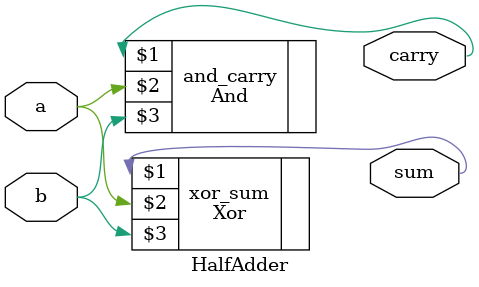
<source format=v>
`default_nettype none

module HalfAdder (
  output wire sum,
  output wire carry,
  input wire a,
  input wire b
);

  Xor xor_sum(sum, a, b);
  And and_carry(carry, a, b);

endmodule


</source>
